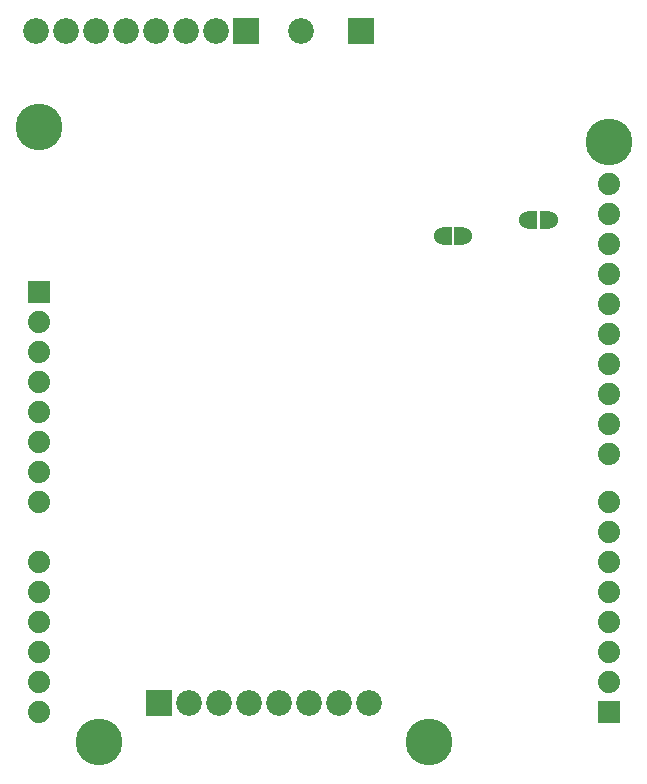
<source format=gbr>
G04 start of page 7 for group -4062 idx -4062 *
G04 Title: (unknown), soldermask *
G04 Creator: pcb 20140316 *
G04 CreationDate: Thu 22 Dec 2016 06:12:03 PM GMT UTC *
G04 For: ndholmes *
G04 Format: Gerber/RS-274X *
G04 PCB-Dimensions (mil): 2100.00 2700.00 *
G04 PCB-Coordinate-Origin: lower left *
%MOIN*%
%FSLAX25Y25*%
%LNBOTTOMMASK*%
%ADD77R,0.0300X0.0300*%
%ADD76C,0.0600*%
%ADD75C,0.0860*%
%ADD74C,0.1560*%
%ADD73C,0.0740*%
%ADD72C,0.0001*%
G54D72*G36*
X196300Y23700D02*Y16300D01*
X203700D01*
Y23700D01*
X196300D01*
G37*
G54D73*X200000Y30000D03*
Y40000D03*
Y50000D03*
Y60000D03*
Y70000D03*
G54D74*X140000Y10000D03*
G54D73*X10000Y130000D03*
Y120000D03*
Y110000D03*
Y100000D03*
G54D72*G36*
X6300Y163700D02*Y156300D01*
X13700D01*
Y163700D01*
X6300D01*
G37*
G54D73*X10000Y150000D03*
Y140000D03*
G54D74*Y215000D03*
G54D72*G36*
X74700Y251300D02*Y242700D01*
X83300D01*
Y251300D01*
X74700D01*
G37*
G36*
X113200D02*Y242700D01*
X121800D01*
Y251300D01*
X113200D01*
G37*
G54D75*X97500Y247000D03*
X69000D03*
X59000D03*
X49000D03*
X39000D03*
X29000D03*
X19000D03*
X9000D03*
G54D73*X200000Y80000D03*
Y90000D03*
Y106000D03*
Y116000D03*
Y126000D03*
Y136000D03*
Y146000D03*
Y156000D03*
Y166000D03*
Y176000D03*
Y186000D03*
Y196000D03*
G54D74*Y210000D03*
G54D73*X10000Y90000D03*
Y70000D03*
Y60000D03*
Y50000D03*
Y40000D03*
Y30000D03*
Y20000D03*
G54D74*X30000Y10000D03*
G54D72*G36*
X45700Y27300D02*Y18700D01*
X54300D01*
Y27300D01*
X45700D01*
G37*
G54D75*X60000Y23000D03*
X70000D03*
X80000D03*
X90000D03*
X100000D03*
X110000D03*
X120000D03*
G54D76*X144600Y178500D03*
G54D77*X146100Y180000D02*Y177000D01*
G54D76*X151400Y178500D03*
G54D77*X149900Y180000D02*Y177000D01*
G54D76*X179900Y184000D03*
G54D77*X178400Y185500D02*Y182500D01*
G54D76*X173100Y184000D03*
G54D77*X174600Y185500D02*Y182500D01*
M02*

</source>
